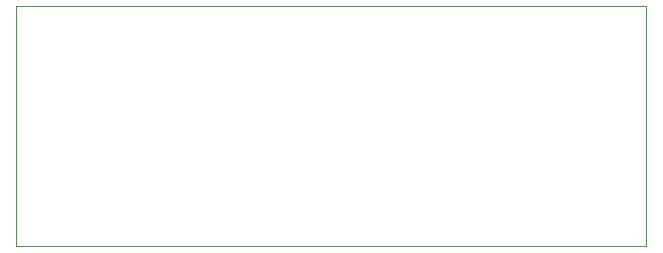
<source format=gbr>
%TF.GenerationSoftware,KiCad,Pcbnew,7.0.7*%
%TF.CreationDate,2023-11-13T21:49:10+01:00*%
%TF.ProjectId,STM32G474_Black-Pill_v3.0,53544d33-3247-4343-9734-5f426c61636b,A*%
%TF.SameCoordinates,Original*%
%TF.FileFunction,Profile,NP*%
%FSLAX46Y46*%
G04 Gerber Fmt 4.6, Leading zero omitted, Abs format (unit mm)*
G04 Created by KiCad (PCBNEW 7.0.7) date 2023-11-13 21:49:10*
%MOMM*%
%LPD*%
G01*
G04 APERTURE LIST*
%TA.AperFunction,Profile*%
%ADD10C,0.100000*%
%TD*%
G04 APERTURE END LIST*
D10*
X99060000Y-91440000D02*
X152400000Y-91440000D01*
X152400000Y-111760000D01*
X99060000Y-111760000D01*
X99060000Y-91440000D01*
M02*

</source>
